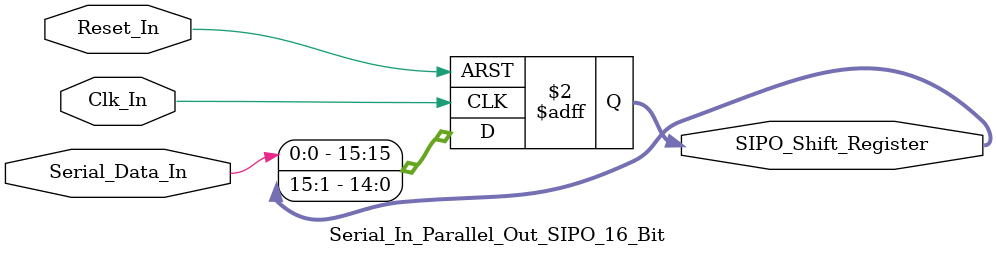
<source format=v>
/*
Verilog Code, to implement a Serial-In-Parallel-Out - SIPO - 16-Bit Shift Register.



Author : Prasad Narayan Ghatol
*/



module Serial_In_Parallel_Out_SIPO_16_Bit (
    input             Clk_In,
    input             Reset_In,

    input             Serial_Data_In,
    output reg [15:0] SIPO_Shift_Register
);



// --------------------------------------------------
// Serial-In-Parallel-Out - SIPO - 16-Bit Shift Register Logic
// --------------------------------------------------
always @ (negedge Clk_In or posedge Reset_In)
    begin
        if (Reset_In)
            begin
                SIPO_Shift_Register <= 16'b0;
            end
        else
            begin
                SIPO_Shift_Register[15] <= Serial_Data_In;
                SIPO_Shift_Register[14] <= SIPO_Shift_Register[15];
                SIPO_Shift_Register[13] <= SIPO_Shift_Register[14];
                SIPO_Shift_Register[12] <= SIPO_Shift_Register[13];
                SIPO_Shift_Register[11] <= SIPO_Shift_Register[12];
                SIPO_Shift_Register[10] <= SIPO_Shift_Register[11];
                SIPO_Shift_Register[9]  <= SIPO_Shift_Register[10];
                SIPO_Shift_Register[8]  <= SIPO_Shift_Register[9];
                SIPO_Shift_Register[7]  <= SIPO_Shift_Register[8];
                SIPO_Shift_Register[6]  <= SIPO_Shift_Register[7];
                SIPO_Shift_Register[5]  <= SIPO_Shift_Register[6];
                SIPO_Shift_Register[4]  <= SIPO_Shift_Register[5];
                SIPO_Shift_Register[3]  <= SIPO_Shift_Register[4];
                SIPO_Shift_Register[2]  <= SIPO_Shift_Register[3];
                SIPO_Shift_Register[1]  <= SIPO_Shift_Register[2];
                SIPO_Shift_Register[0]  <= SIPO_Shift_Register[1];
            end
    end



endmodule
</source>
